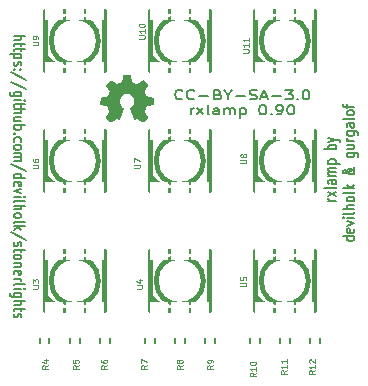
<source format=gto>
G04 (created by PCBNEW (2013-mar-30)-stable) date Wed 05 Jun 2013 10:13:46 PM CEST*
%MOIN*%
G04 Gerber Fmt 3.4, Leading zero omitted, Abs format*
%FSLAX34Y34*%
G01*
G70*
G90*
G04 APERTURE LIST*
%ADD10C,0.006*%
%ADD11C,0.00590551*%
%ADD12C,0.0001*%
%ADD13C,0.005*%
%ADD14C,0.015*%
%ADD15C,0.00393701*%
%ADD16R,0.047274X0.043274*%
%ADD17R,0.059074X0.049174*%
%ADD18R,0.094474X0.067874*%
%ADD19O,0.094474X0.067874*%
G04 APERTURE END LIST*
G54D10*
G54D11*
X19250Y-21341D02*
X19643Y-21341D01*
X19250Y-21467D02*
X19456Y-21467D01*
X19493Y-21453D01*
X19512Y-21425D01*
X19512Y-21383D01*
X19493Y-21355D01*
X19475Y-21341D01*
X19512Y-21566D02*
X19512Y-21678D01*
X19643Y-21608D02*
X19306Y-21608D01*
X19268Y-21622D01*
X19250Y-21650D01*
X19250Y-21678D01*
X19512Y-21735D02*
X19512Y-21847D01*
X19643Y-21777D02*
X19306Y-21777D01*
X19268Y-21791D01*
X19250Y-21819D01*
X19250Y-21847D01*
X19512Y-21946D02*
X19118Y-21946D01*
X19493Y-21946D02*
X19512Y-21974D01*
X19512Y-22030D01*
X19493Y-22058D01*
X19475Y-22072D01*
X19437Y-22086D01*
X19325Y-22086D01*
X19287Y-22072D01*
X19268Y-22058D01*
X19250Y-22030D01*
X19250Y-21974D01*
X19268Y-21946D01*
X19268Y-22199D02*
X19250Y-22227D01*
X19250Y-22283D01*
X19268Y-22311D01*
X19306Y-22325D01*
X19325Y-22325D01*
X19362Y-22311D01*
X19381Y-22283D01*
X19381Y-22241D01*
X19400Y-22213D01*
X19437Y-22199D01*
X19456Y-22199D01*
X19493Y-22213D01*
X19512Y-22241D01*
X19512Y-22283D01*
X19493Y-22311D01*
X19287Y-22452D02*
X19268Y-22466D01*
X19250Y-22452D01*
X19268Y-22438D01*
X19287Y-22452D01*
X19250Y-22452D01*
X19493Y-22452D02*
X19475Y-22466D01*
X19456Y-22452D01*
X19475Y-22438D01*
X19493Y-22452D01*
X19456Y-22452D01*
X19662Y-22803D02*
X19156Y-22550D01*
X19662Y-23113D02*
X19156Y-22859D01*
X19512Y-23338D02*
X19193Y-23338D01*
X19156Y-23323D01*
X19137Y-23309D01*
X19118Y-23281D01*
X19118Y-23239D01*
X19137Y-23211D01*
X19268Y-23338D02*
X19250Y-23309D01*
X19250Y-23253D01*
X19268Y-23225D01*
X19287Y-23211D01*
X19325Y-23197D01*
X19437Y-23197D01*
X19475Y-23211D01*
X19493Y-23225D01*
X19512Y-23253D01*
X19512Y-23309D01*
X19493Y-23338D01*
X19250Y-23478D02*
X19512Y-23478D01*
X19643Y-23478D02*
X19625Y-23464D01*
X19606Y-23478D01*
X19625Y-23492D01*
X19643Y-23478D01*
X19606Y-23478D01*
X19512Y-23577D02*
X19512Y-23689D01*
X19643Y-23619D02*
X19306Y-23619D01*
X19268Y-23633D01*
X19250Y-23661D01*
X19250Y-23689D01*
X19250Y-23787D02*
X19643Y-23787D01*
X19250Y-23914D02*
X19456Y-23914D01*
X19493Y-23900D01*
X19512Y-23872D01*
X19512Y-23830D01*
X19493Y-23802D01*
X19475Y-23787D01*
X19512Y-24181D02*
X19250Y-24181D01*
X19512Y-24055D02*
X19306Y-24055D01*
X19268Y-24069D01*
X19250Y-24097D01*
X19250Y-24139D01*
X19268Y-24167D01*
X19287Y-24181D01*
X19250Y-24322D02*
X19643Y-24322D01*
X19493Y-24322D02*
X19512Y-24350D01*
X19512Y-24406D01*
X19493Y-24434D01*
X19475Y-24448D01*
X19437Y-24462D01*
X19325Y-24462D01*
X19287Y-24448D01*
X19268Y-24434D01*
X19250Y-24406D01*
X19250Y-24350D01*
X19268Y-24322D01*
X19287Y-24589D02*
X19268Y-24603D01*
X19250Y-24589D01*
X19268Y-24575D01*
X19287Y-24589D01*
X19250Y-24589D01*
X19268Y-24856D02*
X19250Y-24828D01*
X19250Y-24772D01*
X19268Y-24744D01*
X19287Y-24730D01*
X19325Y-24715D01*
X19437Y-24715D01*
X19475Y-24730D01*
X19493Y-24744D01*
X19512Y-24772D01*
X19512Y-24828D01*
X19493Y-24856D01*
X19250Y-25025D02*
X19268Y-24997D01*
X19287Y-24983D01*
X19325Y-24969D01*
X19437Y-24969D01*
X19475Y-24983D01*
X19493Y-24997D01*
X19512Y-25025D01*
X19512Y-25067D01*
X19493Y-25095D01*
X19475Y-25109D01*
X19437Y-25123D01*
X19325Y-25123D01*
X19287Y-25109D01*
X19268Y-25095D01*
X19250Y-25067D01*
X19250Y-25025D01*
X19250Y-25250D02*
X19512Y-25250D01*
X19475Y-25250D02*
X19493Y-25264D01*
X19512Y-25292D01*
X19512Y-25334D01*
X19493Y-25362D01*
X19456Y-25376D01*
X19250Y-25376D01*
X19456Y-25376D02*
X19493Y-25390D01*
X19512Y-25419D01*
X19512Y-25461D01*
X19493Y-25489D01*
X19456Y-25503D01*
X19250Y-25503D01*
X19662Y-25854D02*
X19156Y-25601D01*
X19250Y-26079D02*
X19643Y-26079D01*
X19268Y-26079D02*
X19250Y-26051D01*
X19250Y-25995D01*
X19268Y-25967D01*
X19287Y-25953D01*
X19325Y-25939D01*
X19437Y-25939D01*
X19475Y-25953D01*
X19493Y-25967D01*
X19512Y-25995D01*
X19512Y-26051D01*
X19493Y-26079D01*
X19268Y-26332D02*
X19250Y-26304D01*
X19250Y-26248D01*
X19268Y-26220D01*
X19306Y-26206D01*
X19456Y-26206D01*
X19493Y-26220D01*
X19512Y-26248D01*
X19512Y-26304D01*
X19493Y-26332D01*
X19456Y-26347D01*
X19418Y-26347D01*
X19381Y-26206D01*
X19512Y-26445D02*
X19250Y-26515D01*
X19512Y-26586D01*
X19250Y-26698D02*
X19512Y-26698D01*
X19643Y-26698D02*
X19625Y-26684D01*
X19606Y-26698D01*
X19625Y-26712D01*
X19643Y-26698D01*
X19606Y-26698D01*
X19250Y-26881D02*
X19268Y-26853D01*
X19306Y-26839D01*
X19643Y-26839D01*
X19250Y-26993D02*
X19643Y-26993D01*
X19250Y-27120D02*
X19456Y-27120D01*
X19493Y-27106D01*
X19512Y-27078D01*
X19512Y-27035D01*
X19493Y-27007D01*
X19475Y-26993D01*
X19250Y-27303D02*
X19268Y-27275D01*
X19287Y-27260D01*
X19325Y-27246D01*
X19437Y-27246D01*
X19475Y-27260D01*
X19493Y-27275D01*
X19512Y-27303D01*
X19512Y-27345D01*
X19493Y-27373D01*
X19475Y-27387D01*
X19437Y-27401D01*
X19325Y-27401D01*
X19287Y-27387D01*
X19268Y-27373D01*
X19250Y-27345D01*
X19250Y-27303D01*
X19250Y-27570D02*
X19268Y-27542D01*
X19306Y-27528D01*
X19643Y-27528D01*
X19250Y-27682D02*
X19643Y-27682D01*
X19400Y-27710D02*
X19250Y-27795D01*
X19512Y-27795D02*
X19362Y-27682D01*
X19662Y-28132D02*
X19156Y-27879D01*
X19268Y-28217D02*
X19250Y-28245D01*
X19250Y-28301D01*
X19268Y-28329D01*
X19306Y-28343D01*
X19325Y-28343D01*
X19362Y-28329D01*
X19381Y-28301D01*
X19381Y-28259D01*
X19400Y-28231D01*
X19437Y-28217D01*
X19456Y-28217D01*
X19493Y-28231D01*
X19512Y-28259D01*
X19512Y-28301D01*
X19493Y-28329D01*
X19512Y-28428D02*
X19512Y-28540D01*
X19643Y-28470D02*
X19306Y-28470D01*
X19268Y-28484D01*
X19250Y-28512D01*
X19250Y-28540D01*
X19250Y-28681D02*
X19268Y-28652D01*
X19287Y-28638D01*
X19325Y-28624D01*
X19437Y-28624D01*
X19475Y-28638D01*
X19493Y-28652D01*
X19512Y-28681D01*
X19512Y-28723D01*
X19493Y-28751D01*
X19475Y-28765D01*
X19437Y-28779D01*
X19325Y-28779D01*
X19287Y-28765D01*
X19268Y-28751D01*
X19250Y-28723D01*
X19250Y-28681D01*
X19512Y-28906D02*
X19250Y-28906D01*
X19475Y-28906D02*
X19493Y-28920D01*
X19512Y-28948D01*
X19512Y-28990D01*
X19493Y-29018D01*
X19456Y-29032D01*
X19250Y-29032D01*
X19268Y-29285D02*
X19250Y-29257D01*
X19250Y-29201D01*
X19268Y-29173D01*
X19306Y-29159D01*
X19456Y-29159D01*
X19493Y-29173D01*
X19512Y-29201D01*
X19512Y-29257D01*
X19493Y-29285D01*
X19456Y-29299D01*
X19418Y-29299D01*
X19381Y-29159D01*
X19250Y-29426D02*
X19512Y-29426D01*
X19437Y-29426D02*
X19475Y-29440D01*
X19493Y-29454D01*
X19512Y-29482D01*
X19512Y-29510D01*
X19250Y-29651D02*
X19268Y-29623D01*
X19306Y-29609D01*
X19643Y-29609D01*
X19250Y-29763D02*
X19512Y-29763D01*
X19643Y-29763D02*
X19625Y-29749D01*
X19606Y-29763D01*
X19625Y-29777D01*
X19643Y-29763D01*
X19606Y-29763D01*
X19512Y-30030D02*
X19193Y-30030D01*
X19156Y-30016D01*
X19137Y-30002D01*
X19118Y-29974D01*
X19118Y-29932D01*
X19137Y-29904D01*
X19268Y-30030D02*
X19250Y-30002D01*
X19250Y-29946D01*
X19268Y-29918D01*
X19287Y-29904D01*
X19325Y-29890D01*
X19437Y-29890D01*
X19475Y-29904D01*
X19493Y-29918D01*
X19512Y-29946D01*
X19512Y-30002D01*
X19493Y-30030D01*
X19250Y-30171D02*
X19643Y-30171D01*
X19250Y-30298D02*
X19456Y-30298D01*
X19493Y-30284D01*
X19512Y-30255D01*
X19512Y-30213D01*
X19493Y-30185D01*
X19475Y-30171D01*
X19512Y-30396D02*
X19512Y-30508D01*
X19643Y-30438D02*
X19306Y-30438D01*
X19268Y-30452D01*
X19250Y-30480D01*
X19250Y-30508D01*
X19268Y-30593D02*
X19250Y-30621D01*
X19250Y-30677D01*
X19268Y-30705D01*
X19306Y-30719D01*
X19325Y-30719D01*
X19362Y-30705D01*
X19381Y-30677D01*
X19381Y-30635D01*
X19400Y-30607D01*
X19437Y-30593D01*
X19456Y-30593D01*
X19493Y-30607D01*
X19512Y-30635D01*
X19512Y-30677D01*
X19493Y-30705D01*
X30001Y-26833D02*
X29739Y-26833D01*
X29814Y-26833D02*
X29776Y-26819D01*
X29758Y-26805D01*
X29739Y-26777D01*
X29739Y-26749D01*
X30001Y-26678D02*
X29739Y-26524D01*
X29739Y-26678D02*
X30001Y-26524D01*
X30001Y-26369D02*
X29983Y-26397D01*
X29945Y-26411D01*
X29608Y-26411D01*
X30001Y-26130D02*
X29795Y-26130D01*
X29758Y-26144D01*
X29739Y-26172D01*
X29739Y-26228D01*
X29758Y-26257D01*
X29983Y-26130D02*
X30001Y-26158D01*
X30001Y-26228D01*
X29983Y-26257D01*
X29945Y-26271D01*
X29908Y-26271D01*
X29870Y-26257D01*
X29851Y-26228D01*
X29851Y-26158D01*
X29833Y-26130D01*
X30001Y-25989D02*
X29739Y-25989D01*
X29776Y-25989D02*
X29758Y-25975D01*
X29739Y-25947D01*
X29739Y-25905D01*
X29758Y-25877D01*
X29795Y-25863D01*
X30001Y-25863D01*
X29795Y-25863D02*
X29758Y-25849D01*
X29739Y-25821D01*
X29739Y-25778D01*
X29758Y-25750D01*
X29795Y-25736D01*
X30001Y-25736D01*
X29739Y-25596D02*
X30133Y-25596D01*
X29758Y-25596D02*
X29739Y-25568D01*
X29739Y-25511D01*
X29758Y-25483D01*
X29776Y-25469D01*
X29814Y-25455D01*
X29926Y-25455D01*
X29964Y-25469D01*
X29983Y-25483D01*
X30001Y-25511D01*
X30001Y-25568D01*
X29983Y-25596D01*
X30001Y-25104D02*
X29608Y-25104D01*
X29758Y-25104D02*
X29739Y-25075D01*
X29739Y-25019D01*
X29758Y-24991D01*
X29776Y-24977D01*
X29814Y-24963D01*
X29926Y-24963D01*
X29964Y-24977D01*
X29983Y-24991D01*
X30001Y-25019D01*
X30001Y-25075D01*
X29983Y-25104D01*
X29739Y-24865D02*
X30001Y-24794D01*
X29739Y-24724D02*
X30001Y-24794D01*
X30095Y-24822D01*
X30114Y-24836D01*
X30133Y-24865D01*
X30612Y-28021D02*
X30218Y-28021D01*
X30593Y-28021D02*
X30612Y-28049D01*
X30612Y-28106D01*
X30593Y-28134D01*
X30574Y-28148D01*
X30537Y-28162D01*
X30424Y-28162D01*
X30387Y-28148D01*
X30368Y-28134D01*
X30349Y-28106D01*
X30349Y-28049D01*
X30368Y-28021D01*
X30593Y-27768D02*
X30612Y-27796D01*
X30612Y-27852D01*
X30593Y-27881D01*
X30555Y-27895D01*
X30405Y-27895D01*
X30368Y-27881D01*
X30349Y-27852D01*
X30349Y-27796D01*
X30368Y-27768D01*
X30405Y-27754D01*
X30443Y-27754D01*
X30480Y-27895D01*
X30349Y-27656D02*
X30612Y-27585D01*
X30349Y-27515D01*
X30612Y-27402D02*
X30349Y-27402D01*
X30218Y-27402D02*
X30237Y-27417D01*
X30255Y-27402D01*
X30237Y-27388D01*
X30218Y-27402D01*
X30255Y-27402D01*
X30612Y-27220D02*
X30593Y-27248D01*
X30555Y-27262D01*
X30218Y-27262D01*
X30612Y-27107D02*
X30218Y-27107D01*
X30612Y-26981D02*
X30405Y-26981D01*
X30368Y-26995D01*
X30349Y-27023D01*
X30349Y-27065D01*
X30368Y-27093D01*
X30387Y-27107D01*
X30612Y-26798D02*
X30593Y-26826D01*
X30574Y-26840D01*
X30537Y-26854D01*
X30424Y-26854D01*
X30387Y-26840D01*
X30368Y-26826D01*
X30349Y-26798D01*
X30349Y-26756D01*
X30368Y-26728D01*
X30387Y-26714D01*
X30424Y-26699D01*
X30537Y-26699D01*
X30574Y-26714D01*
X30593Y-26728D01*
X30612Y-26756D01*
X30612Y-26798D01*
X30612Y-26531D02*
X30593Y-26559D01*
X30555Y-26573D01*
X30218Y-26573D01*
X30612Y-26418D02*
X30218Y-26418D01*
X30462Y-26390D02*
X30612Y-26306D01*
X30349Y-26306D02*
X30499Y-26418D01*
X30612Y-25715D02*
X30612Y-25729D01*
X30593Y-25757D01*
X30537Y-25800D01*
X30424Y-25870D01*
X30368Y-25898D01*
X30312Y-25912D01*
X30274Y-25912D01*
X30237Y-25898D01*
X30218Y-25870D01*
X30218Y-25856D01*
X30237Y-25828D01*
X30274Y-25814D01*
X30293Y-25814D01*
X30330Y-25828D01*
X30349Y-25842D01*
X30424Y-25926D01*
X30443Y-25940D01*
X30480Y-25954D01*
X30537Y-25954D01*
X30574Y-25940D01*
X30593Y-25926D01*
X30612Y-25898D01*
X30612Y-25856D01*
X30593Y-25828D01*
X30574Y-25814D01*
X30499Y-25771D01*
X30443Y-25757D01*
X30405Y-25757D01*
X30349Y-25237D02*
X30668Y-25237D01*
X30705Y-25251D01*
X30724Y-25265D01*
X30743Y-25293D01*
X30743Y-25336D01*
X30724Y-25364D01*
X30593Y-25237D02*
X30612Y-25265D01*
X30612Y-25321D01*
X30593Y-25350D01*
X30574Y-25364D01*
X30537Y-25378D01*
X30424Y-25378D01*
X30387Y-25364D01*
X30368Y-25350D01*
X30349Y-25321D01*
X30349Y-25265D01*
X30368Y-25237D01*
X30349Y-24970D02*
X30612Y-24970D01*
X30349Y-25097D02*
X30555Y-25097D01*
X30593Y-25082D01*
X30612Y-25054D01*
X30612Y-25012D01*
X30593Y-24984D01*
X30574Y-24970D01*
X30612Y-24829D02*
X30349Y-24829D01*
X30424Y-24829D02*
X30387Y-24815D01*
X30368Y-24801D01*
X30349Y-24773D01*
X30349Y-24745D01*
X30349Y-24520D02*
X30668Y-24520D01*
X30705Y-24534D01*
X30724Y-24548D01*
X30743Y-24576D01*
X30743Y-24618D01*
X30724Y-24647D01*
X30593Y-24520D02*
X30612Y-24548D01*
X30612Y-24604D01*
X30593Y-24633D01*
X30574Y-24647D01*
X30537Y-24661D01*
X30424Y-24661D01*
X30387Y-24647D01*
X30368Y-24633D01*
X30349Y-24604D01*
X30349Y-24548D01*
X30368Y-24520D01*
X30612Y-24253D02*
X30405Y-24253D01*
X30368Y-24267D01*
X30349Y-24295D01*
X30349Y-24351D01*
X30368Y-24379D01*
X30593Y-24253D02*
X30612Y-24281D01*
X30612Y-24351D01*
X30593Y-24379D01*
X30555Y-24393D01*
X30518Y-24393D01*
X30480Y-24379D01*
X30462Y-24351D01*
X30462Y-24281D01*
X30443Y-24253D01*
X30612Y-24070D02*
X30593Y-24098D01*
X30555Y-24112D01*
X30218Y-24112D01*
X30612Y-23915D02*
X30593Y-23944D01*
X30574Y-23958D01*
X30537Y-23972D01*
X30424Y-23972D01*
X30387Y-23958D01*
X30368Y-23944D01*
X30349Y-23915D01*
X30349Y-23873D01*
X30368Y-23845D01*
X30387Y-23831D01*
X30424Y-23817D01*
X30537Y-23817D01*
X30574Y-23831D01*
X30593Y-23845D01*
X30612Y-23873D01*
X30612Y-23915D01*
X30349Y-23733D02*
X30349Y-23620D01*
X30612Y-23690D02*
X30274Y-23690D01*
X30237Y-23676D01*
X30218Y-23648D01*
X30218Y-23620D01*
X24873Y-23424D02*
X24854Y-23439D01*
X24798Y-23454D01*
X24760Y-23454D01*
X24704Y-23439D01*
X24667Y-23409D01*
X24648Y-23379D01*
X24629Y-23319D01*
X24629Y-23274D01*
X24648Y-23214D01*
X24667Y-23184D01*
X24704Y-23154D01*
X24760Y-23139D01*
X24798Y-23139D01*
X24854Y-23154D01*
X24873Y-23169D01*
X25267Y-23424D02*
X25248Y-23439D01*
X25192Y-23454D01*
X25154Y-23454D01*
X25098Y-23439D01*
X25060Y-23409D01*
X25042Y-23379D01*
X25023Y-23319D01*
X25023Y-23274D01*
X25042Y-23214D01*
X25060Y-23184D01*
X25098Y-23154D01*
X25154Y-23139D01*
X25192Y-23139D01*
X25248Y-23154D01*
X25267Y-23169D01*
X25435Y-23334D02*
X25735Y-23334D01*
X26054Y-23289D02*
X26110Y-23304D01*
X26129Y-23319D01*
X26148Y-23349D01*
X26148Y-23394D01*
X26129Y-23424D01*
X26110Y-23439D01*
X26073Y-23454D01*
X25923Y-23454D01*
X25923Y-23139D01*
X26054Y-23139D01*
X26092Y-23154D01*
X26110Y-23169D01*
X26129Y-23199D01*
X26129Y-23229D01*
X26110Y-23259D01*
X26092Y-23274D01*
X26054Y-23289D01*
X25923Y-23289D01*
X26392Y-23304D02*
X26392Y-23454D01*
X26260Y-23139D02*
X26392Y-23304D01*
X26523Y-23139D01*
X26654Y-23334D02*
X26954Y-23334D01*
X27123Y-23439D02*
X27179Y-23454D01*
X27273Y-23454D01*
X27310Y-23439D01*
X27329Y-23424D01*
X27348Y-23394D01*
X27348Y-23364D01*
X27329Y-23334D01*
X27310Y-23319D01*
X27273Y-23304D01*
X27198Y-23289D01*
X27160Y-23274D01*
X27141Y-23259D01*
X27123Y-23229D01*
X27123Y-23199D01*
X27141Y-23169D01*
X27160Y-23154D01*
X27198Y-23139D01*
X27291Y-23139D01*
X27348Y-23154D01*
X27498Y-23364D02*
X27685Y-23364D01*
X27460Y-23454D02*
X27591Y-23139D01*
X27723Y-23454D01*
X27854Y-23334D02*
X28154Y-23334D01*
X28304Y-23139D02*
X28547Y-23139D01*
X28416Y-23259D01*
X28473Y-23259D01*
X28510Y-23274D01*
X28529Y-23289D01*
X28547Y-23319D01*
X28547Y-23394D01*
X28529Y-23424D01*
X28510Y-23439D01*
X28473Y-23454D01*
X28360Y-23454D01*
X28323Y-23439D01*
X28304Y-23424D01*
X28716Y-23424D02*
X28735Y-23439D01*
X28716Y-23454D01*
X28697Y-23439D01*
X28716Y-23424D01*
X28716Y-23454D01*
X28979Y-23139D02*
X29016Y-23139D01*
X29054Y-23154D01*
X29072Y-23169D01*
X29091Y-23199D01*
X29110Y-23259D01*
X29110Y-23334D01*
X29091Y-23394D01*
X29072Y-23424D01*
X29054Y-23439D01*
X29016Y-23454D01*
X28979Y-23454D01*
X28941Y-23439D01*
X28922Y-23424D01*
X28904Y-23394D01*
X28885Y-23334D01*
X28885Y-23259D01*
X28904Y-23199D01*
X28922Y-23169D01*
X28941Y-23154D01*
X28979Y-23139D01*
X25154Y-23954D02*
X25154Y-23744D01*
X25154Y-23804D02*
X25173Y-23774D01*
X25192Y-23759D01*
X25229Y-23744D01*
X25267Y-23744D01*
X25360Y-23954D02*
X25567Y-23744D01*
X25360Y-23744D02*
X25567Y-23954D01*
X25773Y-23954D02*
X25735Y-23939D01*
X25717Y-23909D01*
X25717Y-23639D01*
X26092Y-23954D02*
X26092Y-23789D01*
X26073Y-23759D01*
X26035Y-23744D01*
X25960Y-23744D01*
X25923Y-23759D01*
X26092Y-23939D02*
X26054Y-23954D01*
X25960Y-23954D01*
X25923Y-23939D01*
X25904Y-23909D01*
X25904Y-23879D01*
X25923Y-23849D01*
X25960Y-23834D01*
X26054Y-23834D01*
X26092Y-23819D01*
X26279Y-23954D02*
X26279Y-23744D01*
X26279Y-23774D02*
X26298Y-23759D01*
X26335Y-23744D01*
X26392Y-23744D01*
X26429Y-23759D01*
X26448Y-23789D01*
X26448Y-23954D01*
X26448Y-23789D02*
X26467Y-23759D01*
X26504Y-23744D01*
X26560Y-23744D01*
X26598Y-23759D01*
X26616Y-23789D01*
X26616Y-23954D01*
X26804Y-23744D02*
X26804Y-24059D01*
X26804Y-23759D02*
X26841Y-23744D01*
X26916Y-23744D01*
X26954Y-23759D01*
X26973Y-23774D01*
X26991Y-23804D01*
X26991Y-23894D01*
X26973Y-23924D01*
X26954Y-23939D01*
X26916Y-23954D01*
X26841Y-23954D01*
X26804Y-23939D01*
X27535Y-23639D02*
X27573Y-23639D01*
X27610Y-23654D01*
X27629Y-23669D01*
X27648Y-23699D01*
X27666Y-23759D01*
X27666Y-23834D01*
X27648Y-23894D01*
X27629Y-23924D01*
X27610Y-23939D01*
X27573Y-23954D01*
X27535Y-23954D01*
X27498Y-23939D01*
X27479Y-23924D01*
X27460Y-23894D01*
X27441Y-23834D01*
X27441Y-23759D01*
X27460Y-23699D01*
X27479Y-23669D01*
X27498Y-23654D01*
X27535Y-23639D01*
X27835Y-23924D02*
X27854Y-23939D01*
X27835Y-23954D01*
X27816Y-23939D01*
X27835Y-23924D01*
X27835Y-23954D01*
X28041Y-23954D02*
X28116Y-23954D01*
X28154Y-23939D01*
X28173Y-23924D01*
X28210Y-23879D01*
X28229Y-23819D01*
X28229Y-23699D01*
X28210Y-23669D01*
X28191Y-23654D01*
X28154Y-23639D01*
X28079Y-23639D01*
X28041Y-23654D01*
X28023Y-23669D01*
X28004Y-23699D01*
X28004Y-23774D01*
X28023Y-23804D01*
X28041Y-23819D01*
X28079Y-23834D01*
X28154Y-23834D01*
X28191Y-23819D01*
X28210Y-23804D01*
X28229Y-23774D01*
X28473Y-23639D02*
X28510Y-23639D01*
X28547Y-23654D01*
X28566Y-23669D01*
X28585Y-23699D01*
X28604Y-23759D01*
X28604Y-23834D01*
X28585Y-23894D01*
X28566Y-23924D01*
X28547Y-23939D01*
X28510Y-23954D01*
X28473Y-23954D01*
X28435Y-23939D01*
X28416Y-23924D01*
X28398Y-23894D01*
X28379Y-23834D01*
X28379Y-23759D01*
X28398Y-23699D01*
X28416Y-23669D01*
X28435Y-23654D01*
X28473Y-23639D01*
G54D12*
G36*
X22494Y-24220D02*
X22504Y-24216D01*
X22524Y-24202D01*
X22554Y-24183D01*
X22589Y-24160D01*
X22624Y-24136D01*
X22653Y-24117D01*
X22673Y-24104D01*
X22681Y-24099D01*
X22686Y-24101D01*
X22703Y-24109D01*
X22727Y-24121D01*
X22741Y-24129D01*
X22763Y-24138D01*
X22774Y-24140D01*
X22776Y-24137D01*
X22784Y-24120D01*
X22797Y-24091D01*
X22814Y-24053D01*
X22833Y-24008D01*
X22853Y-23959D01*
X22874Y-23910D01*
X22893Y-23863D01*
X22911Y-23820D01*
X22925Y-23786D01*
X22934Y-23762D01*
X22937Y-23751D01*
X22936Y-23749D01*
X22925Y-23738D01*
X22906Y-23724D01*
X22864Y-23690D01*
X22822Y-23638D01*
X22797Y-23580D01*
X22789Y-23514D01*
X22796Y-23454D01*
X22820Y-23396D01*
X22860Y-23344D01*
X22909Y-23305D01*
X22967Y-23281D01*
X23031Y-23273D01*
X23092Y-23280D01*
X23152Y-23303D01*
X23204Y-23343D01*
X23226Y-23368D01*
X23256Y-23421D01*
X23274Y-23477D01*
X23276Y-23492D01*
X23273Y-23554D01*
X23255Y-23614D01*
X23222Y-23667D01*
X23176Y-23711D01*
X23171Y-23715D01*
X23149Y-23731D01*
X23135Y-23742D01*
X23124Y-23751D01*
X23203Y-23941D01*
X23216Y-23972D01*
X23238Y-24024D01*
X23257Y-24069D01*
X23272Y-24104D01*
X23283Y-24128D01*
X23287Y-24138D01*
X23288Y-24138D01*
X23295Y-24140D01*
X23309Y-24134D01*
X23336Y-24121D01*
X23354Y-24112D01*
X23374Y-24103D01*
X23383Y-24099D01*
X23391Y-24103D01*
X23410Y-24116D01*
X23438Y-24135D01*
X23473Y-24158D01*
X23505Y-24180D01*
X23535Y-24200D01*
X23557Y-24214D01*
X23567Y-24219D01*
X23569Y-24219D01*
X23578Y-24214D01*
X23595Y-24200D01*
X23621Y-24175D01*
X23658Y-24139D01*
X23664Y-24133D01*
X23694Y-24103D01*
X23718Y-24077D01*
X23735Y-24059D01*
X23741Y-24050D01*
X23741Y-24050D01*
X23735Y-24040D01*
X23722Y-24018D01*
X23702Y-23988D01*
X23678Y-23952D01*
X23615Y-23861D01*
X23649Y-23774D01*
X23660Y-23748D01*
X23673Y-23715D01*
X23684Y-23692D01*
X23689Y-23682D01*
X23698Y-23679D01*
X23722Y-23673D01*
X23756Y-23666D01*
X23797Y-23659D01*
X23836Y-23651D01*
X23871Y-23645D01*
X23897Y-23640D01*
X23908Y-23638D01*
X23911Y-23636D01*
X23913Y-23630D01*
X23915Y-23618D01*
X23916Y-23597D01*
X23916Y-23563D01*
X23916Y-23514D01*
X23916Y-23509D01*
X23916Y-23462D01*
X23915Y-23425D01*
X23914Y-23402D01*
X23912Y-23392D01*
X23912Y-23392D01*
X23901Y-23389D01*
X23876Y-23384D01*
X23841Y-23377D01*
X23799Y-23369D01*
X23796Y-23369D01*
X23754Y-23360D01*
X23719Y-23353D01*
X23695Y-23348D01*
X23684Y-23344D01*
X23682Y-23341D01*
X23674Y-23325D01*
X23662Y-23299D01*
X23648Y-23267D01*
X23634Y-23234D01*
X23622Y-23205D01*
X23614Y-23183D01*
X23612Y-23173D01*
X23612Y-23172D01*
X23618Y-23162D01*
X23633Y-23141D01*
X23653Y-23111D01*
X23677Y-23075D01*
X23679Y-23072D01*
X23703Y-23037D01*
X23723Y-23007D01*
X23736Y-22985D01*
X23741Y-22976D01*
X23741Y-22975D01*
X23733Y-22965D01*
X23715Y-22945D01*
X23689Y-22918D01*
X23658Y-22886D01*
X23648Y-22877D01*
X23614Y-22843D01*
X23590Y-22821D01*
X23575Y-22809D01*
X23568Y-22807D01*
X23567Y-22807D01*
X23557Y-22813D01*
X23534Y-22828D01*
X23504Y-22848D01*
X23468Y-22873D01*
X23466Y-22875D01*
X23430Y-22899D01*
X23401Y-22919D01*
X23380Y-22932D01*
X23371Y-22938D01*
X23369Y-22938D01*
X23355Y-22934D01*
X23329Y-22925D01*
X23298Y-22913D01*
X23266Y-22900D01*
X23236Y-22887D01*
X23214Y-22877D01*
X23203Y-22871D01*
X23203Y-22871D01*
X23199Y-22858D01*
X23193Y-22831D01*
X23185Y-22795D01*
X23177Y-22752D01*
X23176Y-22745D01*
X23168Y-22702D01*
X23161Y-22667D01*
X23156Y-22643D01*
X23154Y-22633D01*
X23148Y-22632D01*
X23127Y-22631D01*
X23096Y-22630D01*
X23057Y-22629D01*
X23018Y-22630D01*
X22979Y-22630D01*
X22945Y-22632D01*
X22921Y-22633D01*
X22911Y-22635D01*
X22911Y-22636D01*
X22907Y-22649D01*
X22902Y-22675D01*
X22894Y-22712D01*
X22886Y-22756D01*
X22884Y-22763D01*
X22876Y-22805D01*
X22869Y-22840D01*
X22864Y-22864D01*
X22862Y-22873D01*
X22858Y-22875D01*
X22840Y-22883D01*
X22812Y-22894D01*
X22777Y-22908D01*
X22696Y-22941D01*
X22597Y-22873D01*
X22588Y-22867D01*
X22552Y-22843D01*
X22522Y-22823D01*
X22502Y-22810D01*
X22494Y-22805D01*
X22493Y-22805D01*
X22483Y-22814D01*
X22463Y-22832D01*
X22436Y-22859D01*
X22405Y-22890D01*
X22382Y-22913D01*
X22354Y-22941D01*
X22337Y-22960D01*
X22328Y-22972D01*
X22324Y-22979D01*
X22325Y-22984D01*
X22331Y-22994D01*
X22346Y-23016D01*
X22367Y-23046D01*
X22391Y-23081D01*
X22411Y-23111D01*
X22432Y-23144D01*
X22446Y-23168D01*
X22451Y-23179D01*
X22450Y-23184D01*
X22443Y-23204D01*
X22431Y-23233D01*
X22416Y-23268D01*
X22382Y-23347D01*
X22330Y-23357D01*
X22299Y-23363D01*
X22255Y-23371D01*
X22213Y-23379D01*
X22148Y-23392D01*
X22146Y-23631D01*
X22156Y-23636D01*
X22165Y-23638D01*
X22190Y-23644D01*
X22224Y-23651D01*
X22265Y-23658D01*
X22300Y-23665D01*
X22335Y-23671D01*
X22360Y-23676D01*
X22371Y-23679D01*
X22374Y-23682D01*
X22382Y-23699D01*
X22395Y-23726D01*
X22409Y-23759D01*
X22423Y-23792D01*
X22435Y-23823D01*
X22444Y-23847D01*
X22447Y-23859D01*
X22442Y-23868D01*
X22429Y-23889D01*
X22410Y-23918D01*
X22386Y-23953D01*
X22362Y-23988D01*
X22342Y-24018D01*
X22328Y-24039D01*
X22322Y-24049D01*
X22325Y-24055D01*
X22339Y-24072D01*
X22365Y-24099D01*
X22404Y-24138D01*
X22411Y-24144D01*
X22442Y-24174D01*
X22468Y-24198D01*
X22486Y-24214D01*
X22494Y-24220D01*
X22494Y-24220D01*
G37*
G54D13*
X27127Y-31720D02*
X27447Y-31720D01*
X27437Y-31280D02*
X27127Y-31280D01*
X27447Y-31180D02*
X27447Y-31820D01*
X27447Y-31820D02*
X27127Y-31820D01*
X27127Y-31820D02*
X27127Y-31180D01*
X27127Y-31180D02*
X27447Y-31180D01*
X24627Y-31720D02*
X24947Y-31720D01*
X24937Y-31280D02*
X24627Y-31280D01*
X24947Y-31180D02*
X24947Y-31820D01*
X24947Y-31820D02*
X24627Y-31820D01*
X24627Y-31820D02*
X24627Y-31180D01*
X24627Y-31180D02*
X24947Y-31180D01*
X23627Y-31720D02*
X23947Y-31720D01*
X23937Y-31280D02*
X23627Y-31280D01*
X23947Y-31180D02*
X23947Y-31820D01*
X23947Y-31820D02*
X23627Y-31820D01*
X23627Y-31820D02*
X23627Y-31180D01*
X23627Y-31180D02*
X23947Y-31180D01*
X25627Y-31720D02*
X25947Y-31720D01*
X25937Y-31280D02*
X25627Y-31280D01*
X25947Y-31180D02*
X25947Y-31820D01*
X25947Y-31820D02*
X25627Y-31820D01*
X25627Y-31820D02*
X25627Y-31180D01*
X25627Y-31180D02*
X25947Y-31180D01*
X22127Y-31720D02*
X22447Y-31720D01*
X22437Y-31280D02*
X22127Y-31280D01*
X22447Y-31180D02*
X22447Y-31820D01*
X22447Y-31820D02*
X22127Y-31820D01*
X22127Y-31820D02*
X22127Y-31180D01*
X22127Y-31180D02*
X22447Y-31180D01*
X21127Y-31720D02*
X21447Y-31720D01*
X21437Y-31280D02*
X21127Y-31280D01*
X21447Y-31180D02*
X21447Y-31820D01*
X21447Y-31820D02*
X21127Y-31820D01*
X21127Y-31820D02*
X21127Y-31180D01*
X21127Y-31180D02*
X21447Y-31180D01*
X20115Y-31716D02*
X20435Y-31716D01*
X20425Y-31276D02*
X20115Y-31276D01*
X20435Y-31176D02*
X20435Y-31816D01*
X20435Y-31816D02*
X20115Y-31816D01*
X20115Y-31816D02*
X20115Y-31176D01*
X20115Y-31176D02*
X20435Y-31176D01*
X28127Y-31720D02*
X28447Y-31720D01*
X28437Y-31280D02*
X28127Y-31280D01*
X28447Y-31180D02*
X28447Y-31820D01*
X28447Y-31820D02*
X28127Y-31820D01*
X28127Y-31820D02*
X28127Y-31180D01*
X28127Y-31180D02*
X28447Y-31180D01*
X29127Y-31720D02*
X29447Y-31720D01*
X29437Y-31280D02*
X29127Y-31280D01*
X29447Y-31180D02*
X29447Y-31820D01*
X29447Y-31820D02*
X29127Y-31820D01*
X29127Y-31820D02*
X29127Y-31180D01*
X29127Y-31180D02*
X29447Y-31180D01*
G54D14*
X24295Y-22484D02*
X23803Y-21992D01*
X25574Y-21500D02*
G75*
G03X25574Y-21500I-787J0D01*
G74*
G01*
X25771Y-20516D02*
X25771Y-22484D01*
X25771Y-22484D02*
X23803Y-22484D01*
X23803Y-22484D02*
X23803Y-20516D01*
X23803Y-20516D02*
X25771Y-20516D01*
X27795Y-22484D02*
X27303Y-21992D01*
X29074Y-21500D02*
G75*
G03X29074Y-21500I-787J0D01*
G74*
G01*
X29271Y-20516D02*
X29271Y-22484D01*
X29271Y-22484D02*
X27303Y-22484D01*
X27303Y-22484D02*
X27303Y-20516D01*
X27303Y-20516D02*
X29271Y-20516D01*
X27795Y-26484D02*
X27303Y-25992D01*
X29074Y-25500D02*
G75*
G03X29074Y-25500I-787J0D01*
G74*
G01*
X29271Y-24516D02*
X29271Y-26484D01*
X29271Y-26484D02*
X27303Y-26484D01*
X27303Y-26484D02*
X27303Y-24516D01*
X27303Y-24516D02*
X29271Y-24516D01*
X27795Y-30484D02*
X27303Y-29992D01*
X29074Y-29500D02*
G75*
G03X29074Y-29500I-787J0D01*
G74*
G01*
X29271Y-28516D02*
X29271Y-30484D01*
X29271Y-30484D02*
X27303Y-30484D01*
X27303Y-30484D02*
X27303Y-28516D01*
X27303Y-28516D02*
X29271Y-28516D01*
X24295Y-30484D02*
X23803Y-29992D01*
X25574Y-29500D02*
G75*
G03X25574Y-29500I-787J0D01*
G74*
G01*
X25771Y-28516D02*
X25771Y-30484D01*
X25771Y-30484D02*
X23803Y-30484D01*
X23803Y-30484D02*
X23803Y-28516D01*
X23803Y-28516D02*
X25771Y-28516D01*
X20795Y-22484D02*
X20303Y-21992D01*
X22074Y-21500D02*
G75*
G03X22074Y-21500I-787J0D01*
G74*
G01*
X22271Y-20516D02*
X22271Y-22484D01*
X22271Y-22484D02*
X20303Y-22484D01*
X20303Y-22484D02*
X20303Y-20516D01*
X20303Y-20516D02*
X22271Y-20516D01*
X20795Y-26484D02*
X20303Y-25992D01*
X22074Y-25500D02*
G75*
G03X22074Y-25500I-787J0D01*
G74*
G01*
X22271Y-24516D02*
X22271Y-26484D01*
X22271Y-26484D02*
X20303Y-26484D01*
X20303Y-26484D02*
X20303Y-24516D01*
X20303Y-24516D02*
X22271Y-24516D01*
X20795Y-30484D02*
X20303Y-29992D01*
X22074Y-29500D02*
G75*
G03X22074Y-29500I-787J0D01*
G74*
G01*
X22271Y-28516D02*
X22271Y-30484D01*
X22271Y-30484D02*
X20303Y-30484D01*
X20303Y-30484D02*
X20303Y-28516D01*
X20303Y-28516D02*
X22271Y-28516D01*
X24295Y-26484D02*
X23803Y-25992D01*
X25574Y-25500D02*
G75*
G03X25574Y-25500I-787J0D01*
G74*
G01*
X25771Y-24516D02*
X25771Y-26484D01*
X25771Y-26484D02*
X23803Y-26484D01*
X23803Y-26484D02*
X23803Y-24516D01*
X23803Y-24516D02*
X25771Y-24516D01*
G54D15*
X27323Y-32567D02*
X27230Y-32633D01*
X27323Y-32679D02*
X27126Y-32679D01*
X27126Y-32604D01*
X27136Y-32586D01*
X27145Y-32576D01*
X27164Y-32567D01*
X27192Y-32567D01*
X27211Y-32576D01*
X27220Y-32586D01*
X27230Y-32604D01*
X27230Y-32679D01*
X27323Y-32380D02*
X27323Y-32492D01*
X27323Y-32436D02*
X27126Y-32436D01*
X27155Y-32455D01*
X27173Y-32473D01*
X27183Y-32492D01*
X27126Y-32258D02*
X27126Y-32239D01*
X27136Y-32220D01*
X27145Y-32211D01*
X27164Y-32201D01*
X27201Y-32192D01*
X27248Y-32192D01*
X27286Y-32201D01*
X27305Y-32211D01*
X27314Y-32220D01*
X27323Y-32239D01*
X27323Y-32258D01*
X27314Y-32276D01*
X27305Y-32286D01*
X27286Y-32295D01*
X27248Y-32305D01*
X27201Y-32305D01*
X27164Y-32295D01*
X27145Y-32286D01*
X27136Y-32276D01*
X27126Y-32258D01*
X24882Y-32316D02*
X24789Y-32381D01*
X24882Y-32428D02*
X24685Y-32428D01*
X24685Y-32353D01*
X24695Y-32335D01*
X24704Y-32325D01*
X24723Y-32316D01*
X24751Y-32316D01*
X24770Y-32325D01*
X24779Y-32335D01*
X24789Y-32353D01*
X24789Y-32428D01*
X24770Y-32203D02*
X24760Y-32222D01*
X24751Y-32231D01*
X24732Y-32241D01*
X24723Y-32241D01*
X24704Y-32231D01*
X24695Y-32222D01*
X24685Y-32203D01*
X24685Y-32166D01*
X24695Y-32147D01*
X24704Y-32138D01*
X24723Y-32128D01*
X24732Y-32128D01*
X24751Y-32138D01*
X24760Y-32147D01*
X24770Y-32166D01*
X24770Y-32203D01*
X24779Y-32222D01*
X24789Y-32231D01*
X24807Y-32241D01*
X24845Y-32241D01*
X24864Y-32231D01*
X24873Y-32222D01*
X24882Y-32203D01*
X24882Y-32166D01*
X24873Y-32147D01*
X24864Y-32138D01*
X24845Y-32128D01*
X24807Y-32128D01*
X24789Y-32138D01*
X24779Y-32147D01*
X24770Y-32166D01*
X23701Y-32316D02*
X23607Y-32381D01*
X23701Y-32428D02*
X23504Y-32428D01*
X23504Y-32353D01*
X23514Y-32335D01*
X23523Y-32325D01*
X23542Y-32316D01*
X23570Y-32316D01*
X23589Y-32325D01*
X23598Y-32335D01*
X23607Y-32353D01*
X23607Y-32428D01*
X23504Y-32250D02*
X23504Y-32119D01*
X23701Y-32203D01*
X25906Y-32316D02*
X25812Y-32381D01*
X25906Y-32428D02*
X25709Y-32428D01*
X25709Y-32353D01*
X25718Y-32335D01*
X25728Y-32325D01*
X25747Y-32316D01*
X25775Y-32316D01*
X25793Y-32325D01*
X25803Y-32335D01*
X25812Y-32353D01*
X25812Y-32428D01*
X25906Y-32222D02*
X25906Y-32185D01*
X25897Y-32166D01*
X25887Y-32156D01*
X25859Y-32138D01*
X25822Y-32128D01*
X25747Y-32128D01*
X25728Y-32138D01*
X25718Y-32147D01*
X25709Y-32166D01*
X25709Y-32203D01*
X25718Y-32222D01*
X25728Y-32231D01*
X25747Y-32241D01*
X25793Y-32241D01*
X25812Y-32231D01*
X25822Y-32222D01*
X25831Y-32203D01*
X25831Y-32166D01*
X25822Y-32147D01*
X25812Y-32138D01*
X25793Y-32128D01*
X22363Y-32316D02*
X22269Y-32381D01*
X22363Y-32428D02*
X22166Y-32428D01*
X22166Y-32353D01*
X22175Y-32335D01*
X22185Y-32325D01*
X22203Y-32316D01*
X22231Y-32316D01*
X22250Y-32325D01*
X22260Y-32335D01*
X22269Y-32353D01*
X22269Y-32428D01*
X22166Y-32147D02*
X22166Y-32185D01*
X22175Y-32203D01*
X22185Y-32213D01*
X22213Y-32231D01*
X22250Y-32241D01*
X22325Y-32241D01*
X22344Y-32231D01*
X22353Y-32222D01*
X22363Y-32203D01*
X22363Y-32166D01*
X22353Y-32147D01*
X22344Y-32138D01*
X22325Y-32128D01*
X22278Y-32128D01*
X22260Y-32138D01*
X22250Y-32147D01*
X22241Y-32166D01*
X22241Y-32203D01*
X22250Y-32222D01*
X22260Y-32231D01*
X22278Y-32241D01*
X21418Y-32316D02*
X21324Y-32381D01*
X21418Y-32428D02*
X21221Y-32428D01*
X21221Y-32353D01*
X21230Y-32335D01*
X21240Y-32325D01*
X21258Y-32316D01*
X21287Y-32316D01*
X21305Y-32325D01*
X21315Y-32335D01*
X21324Y-32353D01*
X21324Y-32428D01*
X21221Y-32138D02*
X21221Y-32231D01*
X21315Y-32241D01*
X21305Y-32231D01*
X21296Y-32213D01*
X21296Y-32166D01*
X21305Y-32147D01*
X21315Y-32138D01*
X21333Y-32128D01*
X21380Y-32128D01*
X21399Y-32138D01*
X21408Y-32147D01*
X21418Y-32166D01*
X21418Y-32213D01*
X21408Y-32231D01*
X21399Y-32241D01*
X20394Y-32316D02*
X20300Y-32381D01*
X20394Y-32428D02*
X20197Y-32428D01*
X20197Y-32353D01*
X20207Y-32335D01*
X20216Y-32325D01*
X20235Y-32316D01*
X20263Y-32316D01*
X20282Y-32325D01*
X20291Y-32335D01*
X20300Y-32353D01*
X20300Y-32428D01*
X20263Y-32147D02*
X20394Y-32147D01*
X20188Y-32194D02*
X20329Y-32241D01*
X20329Y-32119D01*
X28347Y-32488D02*
X28253Y-32554D01*
X28347Y-32601D02*
X28150Y-32601D01*
X28150Y-32526D01*
X28159Y-32507D01*
X28169Y-32498D01*
X28188Y-32488D01*
X28216Y-32488D01*
X28234Y-32498D01*
X28244Y-32507D01*
X28253Y-32526D01*
X28253Y-32601D01*
X28347Y-32301D02*
X28347Y-32413D01*
X28347Y-32357D02*
X28150Y-32357D01*
X28178Y-32376D01*
X28197Y-32395D01*
X28206Y-32413D01*
X28347Y-32113D02*
X28347Y-32226D01*
X28347Y-32170D02*
X28150Y-32170D01*
X28178Y-32188D01*
X28197Y-32207D01*
X28206Y-32226D01*
X29292Y-32488D02*
X29198Y-32554D01*
X29292Y-32601D02*
X29095Y-32601D01*
X29095Y-32526D01*
X29104Y-32507D01*
X29114Y-32498D01*
X29132Y-32488D01*
X29161Y-32488D01*
X29179Y-32498D01*
X29189Y-32507D01*
X29198Y-32526D01*
X29198Y-32601D01*
X29292Y-32301D02*
X29292Y-32413D01*
X29292Y-32357D02*
X29095Y-32357D01*
X29123Y-32376D01*
X29142Y-32395D01*
X29151Y-32413D01*
X29114Y-32226D02*
X29104Y-32216D01*
X29095Y-32198D01*
X29095Y-32151D01*
X29104Y-32132D01*
X29114Y-32123D01*
X29132Y-32113D01*
X29151Y-32113D01*
X29179Y-32123D01*
X29292Y-32235D01*
X29292Y-32113D01*
X23426Y-21424D02*
X23585Y-21424D01*
X23604Y-21415D01*
X23613Y-21406D01*
X23622Y-21387D01*
X23622Y-21349D01*
X23613Y-21331D01*
X23604Y-21321D01*
X23585Y-21312D01*
X23426Y-21312D01*
X23622Y-21115D02*
X23622Y-21227D01*
X23622Y-21171D02*
X23426Y-21171D01*
X23454Y-21190D01*
X23473Y-21209D01*
X23482Y-21227D01*
X23426Y-20993D02*
X23426Y-20974D01*
X23435Y-20956D01*
X23444Y-20946D01*
X23463Y-20937D01*
X23501Y-20928D01*
X23547Y-20928D01*
X23585Y-20937D01*
X23604Y-20946D01*
X23613Y-20956D01*
X23622Y-20974D01*
X23622Y-20993D01*
X23613Y-21012D01*
X23604Y-21021D01*
X23585Y-21031D01*
X23547Y-21040D01*
X23501Y-21040D01*
X23463Y-21031D01*
X23444Y-21021D01*
X23435Y-21012D01*
X23426Y-20993D01*
X26890Y-21897D02*
X27050Y-21897D01*
X27068Y-21887D01*
X27078Y-21878D01*
X27087Y-21859D01*
X27087Y-21822D01*
X27078Y-21803D01*
X27068Y-21794D01*
X27050Y-21784D01*
X26890Y-21784D01*
X27087Y-21587D02*
X27087Y-21700D01*
X27087Y-21644D02*
X26890Y-21644D01*
X26918Y-21662D01*
X26937Y-21681D01*
X26946Y-21700D01*
X27087Y-21400D02*
X27087Y-21512D01*
X27087Y-21456D02*
X26890Y-21456D01*
X26918Y-21475D01*
X26937Y-21494D01*
X26946Y-21512D01*
X26811Y-25583D02*
X26971Y-25583D01*
X26990Y-25573D01*
X26999Y-25564D01*
X27008Y-25545D01*
X27008Y-25508D01*
X26999Y-25489D01*
X26990Y-25479D01*
X26971Y-25470D01*
X26811Y-25470D01*
X26896Y-25348D02*
X26886Y-25367D01*
X26877Y-25376D01*
X26858Y-25386D01*
X26849Y-25386D01*
X26830Y-25376D01*
X26821Y-25367D01*
X26811Y-25348D01*
X26811Y-25311D01*
X26821Y-25292D01*
X26830Y-25283D01*
X26849Y-25273D01*
X26858Y-25273D01*
X26877Y-25283D01*
X26886Y-25292D01*
X26896Y-25311D01*
X26896Y-25348D01*
X26905Y-25367D01*
X26915Y-25376D01*
X26933Y-25386D01*
X26971Y-25386D01*
X26990Y-25376D01*
X26999Y-25367D01*
X27008Y-25348D01*
X27008Y-25311D01*
X26999Y-25292D01*
X26990Y-25283D01*
X26971Y-25273D01*
X26933Y-25273D01*
X26915Y-25283D01*
X26905Y-25292D01*
X26896Y-25311D01*
X26811Y-29677D02*
X26971Y-29677D01*
X26990Y-29668D01*
X26999Y-29658D01*
X27008Y-29640D01*
X27008Y-29602D01*
X26999Y-29583D01*
X26990Y-29574D01*
X26971Y-29565D01*
X26811Y-29565D01*
X26811Y-29377D02*
X26811Y-29471D01*
X26905Y-29480D01*
X26896Y-29471D01*
X26886Y-29452D01*
X26886Y-29405D01*
X26896Y-29386D01*
X26905Y-29377D01*
X26924Y-29368D01*
X26971Y-29368D01*
X26990Y-29377D01*
X26999Y-29386D01*
X27008Y-29405D01*
X27008Y-29452D01*
X26999Y-29471D01*
X26990Y-29480D01*
X23347Y-29756D02*
X23506Y-29756D01*
X23525Y-29746D01*
X23534Y-29737D01*
X23544Y-29718D01*
X23544Y-29681D01*
X23534Y-29662D01*
X23525Y-29653D01*
X23506Y-29643D01*
X23347Y-29643D01*
X23413Y-29465D02*
X23544Y-29465D01*
X23338Y-29512D02*
X23478Y-29559D01*
X23478Y-29437D01*
X19882Y-21646D02*
X20042Y-21646D01*
X20060Y-21636D01*
X20070Y-21627D01*
X20079Y-21608D01*
X20079Y-21571D01*
X20070Y-21552D01*
X20060Y-21542D01*
X20042Y-21533D01*
X19882Y-21533D01*
X20079Y-21430D02*
X20079Y-21392D01*
X20070Y-21374D01*
X20060Y-21364D01*
X20032Y-21346D01*
X19995Y-21336D01*
X19920Y-21336D01*
X19901Y-21346D01*
X19892Y-21355D01*
X19882Y-21374D01*
X19882Y-21411D01*
X19892Y-21430D01*
X19901Y-21439D01*
X19920Y-21449D01*
X19967Y-21449D01*
X19985Y-21439D01*
X19995Y-21430D01*
X20004Y-21411D01*
X20004Y-21374D01*
X19995Y-21355D01*
X19985Y-21346D01*
X19967Y-21336D01*
X19882Y-25740D02*
X20042Y-25740D01*
X20060Y-25731D01*
X20070Y-25721D01*
X20079Y-25703D01*
X20079Y-25665D01*
X20070Y-25646D01*
X20060Y-25637D01*
X20042Y-25628D01*
X19882Y-25628D01*
X19882Y-25449D02*
X19882Y-25487D01*
X19892Y-25506D01*
X19901Y-25515D01*
X19929Y-25534D01*
X19967Y-25543D01*
X20042Y-25543D01*
X20060Y-25534D01*
X20070Y-25524D01*
X20079Y-25506D01*
X20079Y-25468D01*
X20070Y-25449D01*
X20060Y-25440D01*
X20042Y-25431D01*
X19995Y-25431D01*
X19976Y-25440D01*
X19967Y-25449D01*
X19957Y-25468D01*
X19957Y-25506D01*
X19967Y-25524D01*
X19976Y-25534D01*
X19995Y-25543D01*
X19882Y-29756D02*
X20042Y-29756D01*
X20060Y-29746D01*
X20070Y-29737D01*
X20079Y-29718D01*
X20079Y-29681D01*
X20070Y-29662D01*
X20060Y-29653D01*
X20042Y-29643D01*
X19882Y-29643D01*
X19882Y-29568D02*
X19882Y-29446D01*
X19957Y-29512D01*
X19957Y-29484D01*
X19967Y-29465D01*
X19976Y-29456D01*
X19995Y-29446D01*
X20042Y-29446D01*
X20060Y-29456D01*
X20070Y-29465D01*
X20079Y-29484D01*
X20079Y-29540D01*
X20070Y-29559D01*
X20060Y-29568D01*
X23268Y-25740D02*
X23428Y-25740D01*
X23446Y-25731D01*
X23456Y-25721D01*
X23465Y-25703D01*
X23465Y-25665D01*
X23456Y-25646D01*
X23446Y-25637D01*
X23428Y-25628D01*
X23268Y-25628D01*
X23268Y-25553D02*
X23268Y-25421D01*
X23465Y-25506D01*
%LPC*%
G54D16*
X27287Y-31796D03*
X27287Y-31204D03*
X24787Y-31796D03*
X24787Y-31204D03*
X23787Y-31796D03*
X23787Y-31204D03*
X25787Y-31796D03*
X25787Y-31204D03*
X22287Y-31796D03*
X22287Y-31204D03*
X21287Y-31796D03*
X21287Y-31204D03*
X20275Y-31792D03*
X20275Y-31200D03*
X28287Y-31796D03*
X28287Y-31204D03*
X29287Y-31796D03*
X29287Y-31204D03*
G54D17*
X25476Y-20565D03*
X24098Y-20565D03*
X24787Y-20565D03*
X24787Y-22435D03*
X24098Y-22435D03*
X25476Y-22435D03*
X28976Y-20565D03*
X27598Y-20565D03*
X28287Y-20565D03*
X28287Y-22435D03*
X27598Y-22435D03*
X28976Y-22435D03*
X28976Y-24565D03*
X27598Y-24565D03*
X28287Y-24565D03*
X28287Y-26435D03*
X27598Y-26435D03*
X28976Y-26435D03*
X28976Y-28565D03*
X27598Y-28565D03*
X28287Y-28565D03*
X28287Y-30435D03*
X27598Y-30435D03*
X28976Y-30435D03*
X25476Y-28565D03*
X24098Y-28565D03*
X24787Y-28565D03*
X24787Y-30435D03*
X24098Y-30435D03*
X25476Y-30435D03*
X21976Y-20565D03*
X20598Y-20565D03*
X21287Y-20565D03*
X21287Y-22435D03*
X20598Y-22435D03*
X21976Y-22435D03*
X21976Y-24565D03*
X20598Y-24565D03*
X21287Y-24565D03*
X21287Y-26435D03*
X20598Y-26435D03*
X21976Y-26435D03*
X21976Y-28565D03*
X20598Y-28565D03*
X21287Y-28565D03*
X21287Y-30435D03*
X20598Y-30435D03*
X21976Y-30435D03*
X25476Y-24565D03*
X24098Y-24565D03*
X24787Y-24565D03*
X24787Y-26435D03*
X24098Y-26435D03*
X25476Y-26435D03*
G54D18*
X18500Y-24500D03*
G54D19*
X18500Y-25500D03*
G54D18*
X18500Y-22500D03*
G54D19*
X18500Y-21500D03*
X18500Y-20500D03*
X18500Y-19500D03*
G54D18*
X18500Y-27500D03*
G54D19*
X18500Y-28500D03*
X18500Y-29500D03*
X18500Y-30500D03*
X18500Y-31500D03*
X18500Y-32500D03*
M02*

</source>
